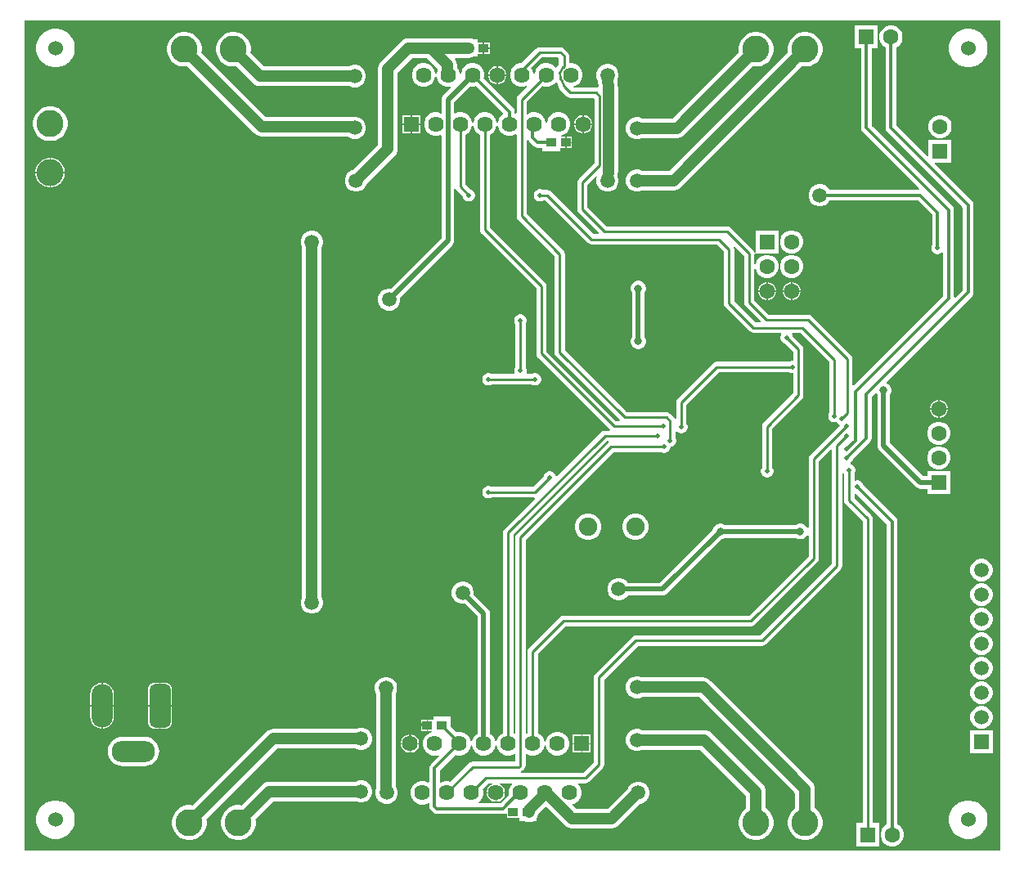
<source format=gbl>
G04*
G04 #@! TF.GenerationSoftware,Altium Limited,Altium Designer,24.1.2 (44)*
G04*
G04 Layer_Physical_Order=2*
G04 Layer_Color=16711680*
%FSLAX44Y44*%
%MOMM*%
G71*
G04*
G04 #@! TF.SameCoordinates,698A4BB8-AFC2-4E79-BE2A-6700BE31F3AB*
G04*
G04*
G04 #@! TF.FilePolarity,Positive*
G04*
G01*
G75*
%ADD13C,0.2500*%
%ADD21R,1.0000X0.9500*%
%ADD72C,0.3000*%
%ADD74C,0.5000*%
%ADD75C,1.2000*%
%ADD81C,1.6000*%
%ADD82R,1.6000X1.6000*%
%ADD83C,2.7940*%
%ADD84C,1.5240*%
%ADD85C,1.5200*%
%ADD86R,1.5200X1.5200*%
%ADD87R,1.6200X1.6200*%
%ADD88C,1.6200*%
%ADD89O,2.2000X4.5000*%
%ADD90O,4.5000X2.2000*%
G04:AMPARAMS|DCode=91|XSize=2.2mm|YSize=4.5mm|CornerRadius=0.55mm|HoleSize=0mm|Usage=FLASHONLY|Rotation=0.000|XOffset=0mm|YOffset=0mm|HoleType=Round|Shape=RoundedRectangle|*
%AMROUNDEDRECTD91*
21,1,2.2000,3.4000,0,0,0.0*
21,1,1.1000,4.5000,0,0,0.0*
1,1,1.1000,0.5500,-1.7000*
1,1,1.1000,-0.5500,-1.7000*
1,1,1.1000,-0.5500,1.7000*
1,1,1.1000,0.5500,1.7000*
%
%ADD91ROUNDEDRECTD91*%
%ADD92C,1.9050*%
%ADD93R,1.6000X1.6000*%
%ADD94C,1.5000*%
%ADD95C,0.5000*%
%ADD96C,0.3000*%
%ADD97C,0.8000*%
G36*
X1012000Y2134D02*
X1011866Y2000D01*
X2500D01*
X2000Y2500D01*
Y860750D01*
X1012000D01*
Y2134D01*
D02*
G37*
%LPC*%
G36*
X483550Y838490D02*
X477915D01*
Y833105D01*
X483550D01*
Y838490D01*
D02*
G37*
G36*
Y831835D02*
X477915D01*
Y826450D01*
X483550D01*
Y831835D01*
D02*
G37*
G36*
X811910Y849170D02*
X808370D01*
X804898Y848479D01*
X801628Y847125D01*
X798685Y845158D01*
X796182Y842655D01*
X794215Y839712D01*
X792861Y836442D01*
X792170Y832970D01*
Y829430D01*
X792491Y827815D01*
X670072Y705396D01*
X641680D01*
X640589Y706026D01*
X637664Y706810D01*
X634636D01*
X631711Y706026D01*
X629089Y704512D01*
X626948Y702371D01*
X625434Y699749D01*
X624650Y696824D01*
Y693796D01*
X625434Y690871D01*
X626948Y688249D01*
X629089Y686108D01*
X631711Y684594D01*
X634636Y683810D01*
X637664D01*
X640589Y684594D01*
X641680Y685224D01*
X674250D01*
X676861Y685567D01*
X679293Y686575D01*
X681382Y688178D01*
X806755Y813551D01*
X808370Y813230D01*
X811910D01*
X815382Y813921D01*
X818652Y815275D01*
X821595Y817242D01*
X824098Y819745D01*
X826065Y822688D01*
X827419Y825958D01*
X828110Y829430D01*
Y832970D01*
X827419Y836442D01*
X826065Y839712D01*
X824098Y842655D01*
X821595Y845158D01*
X818652Y847125D01*
X815382Y848479D01*
X811910Y849170D01*
D02*
G37*
G36*
X761110D02*
X757570D01*
X754098Y848479D01*
X750828Y847125D01*
X747885Y845158D01*
X745382Y842655D01*
X743415Y839712D01*
X742061Y836442D01*
X741370Y832970D01*
Y829430D01*
X741691Y827815D01*
X673424Y759548D01*
X641680D01*
X640589Y760178D01*
X637664Y760962D01*
X634636D01*
X631711Y760178D01*
X629089Y758664D01*
X626948Y756523D01*
X625434Y753901D01*
X624650Y750976D01*
Y747948D01*
X625434Y745023D01*
X626948Y742401D01*
X629089Y740259D01*
X631711Y738745D01*
X634636Y737962D01*
X637664D01*
X640589Y738745D01*
X641680Y739376D01*
X677602D01*
X680212Y739719D01*
X682645Y740727D01*
X684734Y742330D01*
X755955Y813551D01*
X757570Y813230D01*
X761110D01*
X764582Y813921D01*
X767852Y815275D01*
X770795Y817242D01*
X773298Y819745D01*
X775265Y822688D01*
X776619Y825958D01*
X777310Y829430D01*
Y832970D01*
X776619Y836442D01*
X775265Y839712D01*
X773298Y842655D01*
X770795Y845158D01*
X767852Y847125D01*
X764582Y848479D01*
X761110Y849170D01*
D02*
G37*
G36*
X981020Y852470D02*
X977080D01*
X973216Y851701D01*
X969576Y850194D01*
X966301Y848005D01*
X963515Y845219D01*
X961326Y841944D01*
X959819Y838304D01*
X959050Y834440D01*
Y830500D01*
X959819Y826636D01*
X961326Y822996D01*
X963515Y819721D01*
X966301Y816935D01*
X969576Y814746D01*
X973216Y813239D01*
X977080Y812470D01*
X981020D01*
X984884Y813239D01*
X988523Y814746D01*
X991799Y816935D01*
X994585Y819721D01*
X996774Y822996D01*
X998281Y826636D01*
X999050Y830500D01*
Y834440D01*
X998281Y838304D01*
X996774Y841944D01*
X994585Y845219D01*
X991799Y848005D01*
X988523Y850194D01*
X984884Y851701D01*
X981020Y852470D01*
D02*
G37*
G36*
X36140D02*
X32200D01*
X28336Y851701D01*
X24697Y850194D01*
X21421Y848005D01*
X18635Y845219D01*
X16446Y841944D01*
X14939Y838304D01*
X14170Y834440D01*
Y830500D01*
X14939Y826636D01*
X16446Y822996D01*
X18635Y819721D01*
X21421Y816935D01*
X24697Y814746D01*
X28336Y813239D01*
X32200Y812470D01*
X36140D01*
X40004Y813239D01*
X43643Y814746D01*
X46919Y816935D01*
X49705Y819721D01*
X51894Y822996D01*
X53401Y826636D01*
X54170Y830500D01*
Y834440D01*
X53401Y838304D01*
X51894Y841944D01*
X49705Y845219D01*
X46919Y848005D01*
X43643Y850194D01*
X40004Y851701D01*
X36140Y852470D01*
D02*
G37*
G36*
X492604Y813900D02*
X492005D01*
Y805165D01*
X500740D01*
Y805764D01*
X500101Y808147D01*
X498868Y810283D01*
X497123Y812028D01*
X494987Y813261D01*
X492604Y813900D01*
D02*
G37*
G36*
X490735D02*
X490136D01*
X487753Y813261D01*
X485617Y812028D01*
X483872Y810283D01*
X482639Y808147D01*
X482000Y805764D01*
Y805165D01*
X490735D01*
Y813900D01*
D02*
G37*
G36*
X500740Y803895D02*
X492005D01*
Y795160D01*
X492604D01*
X494987Y795799D01*
X497123Y797032D01*
X498868Y798777D01*
X500101Y800913D01*
X500740Y803296D01*
Y803895D01*
D02*
G37*
G36*
X490735D02*
X482000D01*
Y803296D01*
X482639Y800913D01*
X483872Y798777D01*
X485617Y797032D01*
X487753Y795799D01*
X490136Y795160D01*
X490735D01*
Y803895D01*
D02*
G37*
G36*
X220090Y849170D02*
X216550D01*
X213078Y848479D01*
X209808Y847125D01*
X206865Y845158D01*
X204362Y842655D01*
X202395Y839712D01*
X201041Y836442D01*
X200350Y832970D01*
Y829430D01*
X201041Y825958D01*
X202395Y822688D01*
X204362Y819745D01*
X206865Y817242D01*
X209808Y815275D01*
X213078Y813921D01*
X216550Y813230D01*
X220090D01*
X221705Y813551D01*
X239128Y796128D01*
X241217Y794525D01*
X243650Y793517D01*
X246260Y793174D01*
X270390D01*
X271355Y793301D01*
X338688D01*
X339559Y792798D01*
X342484Y792014D01*
X345512D01*
X348437Y792798D01*
X351059Y794312D01*
X353200Y796453D01*
X354714Y799075D01*
X355498Y802000D01*
Y805028D01*
X354714Y807953D01*
X353200Y810575D01*
X351059Y812716D01*
X348437Y814230D01*
X345512Y815014D01*
X342484D01*
X339559Y814230D01*
X338247Y813473D01*
X270517D01*
X269552Y813346D01*
X250438D01*
X235969Y827815D01*
X236290Y829430D01*
Y832970D01*
X235599Y836442D01*
X234245Y839712D01*
X232278Y842655D01*
X229775Y845158D01*
X226832Y847125D01*
X223562Y848479D01*
X220090Y849170D01*
D02*
G37*
G36*
X411840Y763100D02*
X403105D01*
Y754365D01*
X411840D01*
Y763100D01*
D02*
G37*
G36*
X401835D02*
X393100D01*
Y754365D01*
X401835D01*
Y763100D01*
D02*
G37*
G36*
X411840Y753095D02*
X403105D01*
Y744360D01*
X411840D01*
Y753095D01*
D02*
G37*
G36*
X401835D02*
X393100D01*
Y744360D01*
X401835D01*
Y753095D01*
D02*
G37*
G36*
X951420Y763190D02*
X948260D01*
X945208Y762372D01*
X942472Y760792D01*
X940238Y758558D01*
X938658Y755822D01*
X937840Y752770D01*
Y749610D01*
X938658Y746558D01*
X940238Y743822D01*
X942472Y741588D01*
X945208Y740008D01*
X948260Y739190D01*
X951420D01*
X954472Y740008D01*
X957208Y741588D01*
X959442Y743822D01*
X961022Y746558D01*
X961840Y749610D01*
Y752770D01*
X961022Y755822D01*
X959442Y758558D01*
X957208Y760792D01*
X954472Y762372D01*
X951420Y763190D01*
D02*
G37*
G36*
X169290Y849170D02*
X165750D01*
X162278Y848479D01*
X159008Y847125D01*
X156065Y845158D01*
X153562Y842655D01*
X151595Y839712D01*
X150241Y836442D01*
X149550Y832970D01*
Y829430D01*
X150241Y825958D01*
X151595Y822688D01*
X153562Y819745D01*
X156065Y817242D01*
X159008Y815275D01*
X162278Y813921D01*
X165750Y813230D01*
X169290D01*
X170905Y813551D01*
X240398Y744058D01*
X242487Y742455D01*
X244919Y741447D01*
X247530Y741104D01*
X336603D01*
X336989Y740718D01*
X339611Y739204D01*
X342536Y738420D01*
X345564D01*
X348489Y739204D01*
X351111Y740718D01*
X353252Y742859D01*
X354766Y745481D01*
X355550Y748406D01*
Y751434D01*
X354766Y754359D01*
X353252Y756981D01*
X351111Y759122D01*
X348489Y760636D01*
X345564Y761420D01*
X342536D01*
X341989Y761273D01*
X341968Y761276D01*
X251708D01*
X185169Y827815D01*
X185490Y829430D01*
Y832970D01*
X184799Y836442D01*
X183445Y839712D01*
X181478Y842655D01*
X178975Y845158D01*
X176032Y847125D01*
X172762Y848479D01*
X169290Y849170D01*
D02*
G37*
G36*
X30520Y772270D02*
X26980D01*
X23508Y771579D01*
X20238Y770225D01*
X17295Y768258D01*
X14792Y765755D01*
X12825Y762812D01*
X11471Y759542D01*
X10780Y756070D01*
Y752530D01*
X11471Y749058D01*
X12825Y745788D01*
X14792Y742845D01*
X17295Y740342D01*
X20238Y738375D01*
X23508Y737021D01*
X26980Y736330D01*
X30520D01*
X33992Y737021D01*
X37262Y738375D01*
X40205Y740342D01*
X42708Y742845D01*
X44675Y745788D01*
X46029Y749058D01*
X46720Y752530D01*
Y756070D01*
X46029Y759542D01*
X44675Y762812D01*
X42708Y765755D01*
X40205Y768258D01*
X37262Y770225D01*
X33992Y771579D01*
X30520Y772270D01*
D02*
G37*
G36*
X30251Y718740D02*
X29385D01*
Y704135D01*
X43990D01*
Y705001D01*
X43404Y707945D01*
X42256Y710719D01*
X40588Y713215D01*
X38465Y715338D01*
X35969Y717005D01*
X33195Y718154D01*
X30251Y718740D01*
D02*
G37*
G36*
X28115D02*
X27249D01*
X24305Y718154D01*
X21531Y717005D01*
X19035Y715338D01*
X16912Y713215D01*
X15244Y710719D01*
X14096Y707945D01*
X13510Y705001D01*
Y704135D01*
X28115D01*
Y718740D01*
D02*
G37*
G36*
X43990Y702865D02*
X29385D01*
Y688260D01*
X30251D01*
X33195Y688846D01*
X35969Y689995D01*
X38465Y691662D01*
X40588Y693785D01*
X42256Y696281D01*
X43404Y699055D01*
X43990Y701999D01*
Y702865D01*
D02*
G37*
G36*
X28115D02*
X13510D01*
Y701999D01*
X14096Y699055D01*
X15244Y696281D01*
X16912Y693785D01*
X19035Y691662D01*
X21531Y689995D01*
X24305Y688846D01*
X27249Y688260D01*
X28115D01*
Y702865D01*
D02*
G37*
G36*
X797750Y643810D02*
X794590D01*
X791538Y642992D01*
X788802Y641412D01*
X786568Y639178D01*
X784988Y636442D01*
X784170Y633390D01*
Y630230D01*
X784988Y627178D01*
X786568Y624442D01*
X788802Y622208D01*
X791538Y620628D01*
X794590Y619810D01*
X797750D01*
X800802Y620628D01*
X803538Y622208D01*
X805772Y624442D01*
X807352Y627178D01*
X808170Y630230D01*
Y633390D01*
X807352Y636442D01*
X805772Y639178D01*
X803538Y641412D01*
X800802Y642992D01*
X797750Y643810D01*
D02*
G37*
G36*
Y618410D02*
X794590D01*
X791538Y617592D01*
X788802Y616012D01*
X786568Y613778D01*
X784988Y611042D01*
X784170Y607990D01*
Y604830D01*
X784988Y601778D01*
X786568Y599042D01*
X788802Y596808D01*
X791538Y595228D01*
X794590Y594410D01*
X797750D01*
X800802Y595228D01*
X803538Y596808D01*
X805772Y599042D01*
X807352Y601778D01*
X808170Y604830D01*
Y607990D01*
X807352Y611042D01*
X805772Y613778D01*
X803538Y616012D01*
X800802Y617592D01*
X797750Y618410D01*
D02*
G37*
G36*
X797390Y590280D02*
X796805D01*
Y581645D01*
X805440D01*
Y582230D01*
X804808Y584588D01*
X803588Y586702D01*
X801862Y588428D01*
X799748Y589648D01*
X797390Y590280D01*
D02*
G37*
G36*
X771990D02*
X771405D01*
Y581645D01*
X780040D01*
Y582230D01*
X779408Y584588D01*
X778188Y586702D01*
X776462Y588428D01*
X774348Y589648D01*
X771990Y590280D01*
D02*
G37*
G36*
X795535D02*
X794950D01*
X792592Y589648D01*
X790478Y588428D01*
X788752Y586702D01*
X787532Y584588D01*
X786900Y582230D01*
Y581645D01*
X795535D01*
Y590280D01*
D02*
G37*
G36*
X770135D02*
X769550D01*
X767192Y589648D01*
X765078Y588428D01*
X763352Y586702D01*
X762132Y584588D01*
X761500Y582230D01*
Y581645D01*
X770135D01*
Y590280D01*
D02*
G37*
G36*
X900620Y855900D02*
X897460D01*
X894408Y855082D01*
X891672Y853502D01*
X889438Y851268D01*
X887858Y848532D01*
X887040Y845480D01*
Y842320D01*
X887858Y839268D01*
X889438Y836532D01*
X891672Y834298D01*
X893432Y833281D01*
Y749920D01*
X893859Y747774D01*
X895075Y745955D01*
X973442Y667587D01*
Y582063D01*
X965608Y574228D01*
X964338Y574754D01*
Y664830D01*
X963911Y666976D01*
X962695Y668795D01*
X879248Y752243D01*
Y831900D01*
X885640D01*
Y855900D01*
X861640D01*
Y831900D01*
X868032D01*
Y749920D01*
X868459Y747774D01*
X869675Y745955D01*
X928682Y686948D01*
X928156Y685678D01*
X835421D01*
X834582Y687131D01*
X832441Y689272D01*
X829819Y690786D01*
X826894Y691570D01*
X823866D01*
X820941Y690786D01*
X818319Y689272D01*
X816178Y687131D01*
X814664Y684509D01*
X813880Y681584D01*
Y678556D01*
X814664Y675631D01*
X816178Y673009D01*
X818319Y670868D01*
X820941Y669354D01*
X823866Y668570D01*
X826894D01*
X829819Y669354D01*
X832441Y670868D01*
X834582Y673009D01*
X835421Y674462D01*
X927197D01*
X941692Y659967D01*
Y628747D01*
X941243Y627969D01*
X940800Y626316D01*
Y624604D01*
X941243Y622951D01*
X942099Y621469D01*
X943309Y620259D01*
X944791Y619403D01*
X946444Y618960D01*
X948156D01*
X949809Y619403D01*
X951291Y620259D01*
X951852Y620820D01*
X953122Y620294D01*
Y575713D01*
X860455Y483046D01*
X859282Y483532D01*
Y510551D01*
X858875Y512599D01*
X857714Y514336D01*
X817074Y554976D01*
X815338Y556136D01*
X813289Y556544D01*
X772326D01*
X757682Y571188D01*
Y603984D01*
X758952Y604151D01*
X759588Y601778D01*
X761168Y599042D01*
X763402Y596808D01*
X766138Y595228D01*
X769190Y594410D01*
X772350D01*
X775402Y595228D01*
X778138Y596808D01*
X780372Y599042D01*
X781952Y601778D01*
X782770Y604830D01*
Y607990D01*
X781952Y611042D01*
X780372Y613778D01*
X778138Y616012D01*
X775402Y617592D01*
X772350Y618410D01*
X769190D01*
X766138Y617592D01*
X763402Y616012D01*
X761168Y613778D01*
X759588Y611042D01*
X758952Y608669D01*
X757682Y608836D01*
Y618288D01*
X757869Y619446D01*
X757869Y619446D01*
Y619446D01*
X758261Y619605D01*
X759420Y619810D01*
X759420D01*
Y619810D01*
X782770D01*
Y643810D01*
X758770D01*
Y621075D01*
X758770Y620977D01*
X758753Y620809D01*
X757563Y620692D01*
Y620692D01*
X757563D01*
X757275Y621819D01*
X757222Y621898D01*
X756114Y623556D01*
X733174Y646496D01*
X731438Y647656D01*
X729389Y648064D01*
X604766D01*
X584962Y667868D01*
Y691214D01*
X593691Y699942D01*
X594829Y699285D01*
X594170Y696824D01*
Y693796D01*
X594954Y690871D01*
X596468Y688249D01*
X598609Y686108D01*
X601231Y684594D01*
X604156Y683810D01*
X607184D01*
X610109Y684594D01*
X612731Y686108D01*
X614872Y688249D01*
X616386Y690871D01*
X617170Y693796D01*
Y696824D01*
X616386Y699749D01*
X616144Y700168D01*
X616618Y706553D01*
X616596Y706927D01*
X616646Y707299D01*
Y786242D01*
X616613Y786487D01*
X616634Y786732D01*
X616015Y799448D01*
X616386Y800091D01*
X617170Y803016D01*
Y806044D01*
X616386Y808969D01*
X614872Y811591D01*
X612731Y813732D01*
X610109Y815246D01*
X607184Y816030D01*
X604156D01*
X601231Y815246D01*
X598609Y813732D01*
X596468Y811591D01*
X594954Y808969D01*
X594170Y806044D01*
Y803016D01*
X594954Y800091D01*
X595864Y798514D01*
X596175Y792132D01*
X594947Y791221D01*
X593579Y791494D01*
X570575D01*
X570408Y792764D01*
X572240Y793255D01*
X575000Y794848D01*
X577252Y797100D01*
X578845Y799860D01*
X579670Y802937D01*
Y806123D01*
X578845Y809200D01*
X577252Y811960D01*
X575000Y814212D01*
X572240Y815805D01*
X569163Y816630D01*
X565977D01*
X565912Y816680D01*
Y824241D01*
X565505Y826289D01*
X564344Y828026D01*
X560534Y831836D01*
X558798Y832996D01*
X556749Y833404D01*
X535159D01*
X533111Y832996D01*
X531374Y831836D01*
X516168Y816630D01*
X515177D01*
X512100Y815805D01*
X509340Y814212D01*
X507088Y811960D01*
X505495Y809200D01*
X504670Y806123D01*
Y802937D01*
X505495Y799860D01*
X507088Y797100D01*
X509340Y794848D01*
X512100Y793255D01*
X515177Y792430D01*
X518363D01*
X521440Y793255D01*
X521649Y793375D01*
X522429Y792359D01*
X512985Y782915D01*
X511825Y781178D01*
X511417Y779130D01*
Y765651D01*
X510147Y764918D01*
X509678Y765189D01*
Y766430D01*
X509251Y768576D01*
X508035Y770395D01*
X477525Y800905D01*
X478070Y802937D01*
Y806123D01*
X477245Y809200D01*
X475652Y811960D01*
X473400Y814212D01*
X470640Y815805D01*
X467563Y816630D01*
X464377D01*
X461300Y815805D01*
X458540Y814212D01*
X456288Y811960D01*
X454695Y809200D01*
X453870Y806123D01*
X452670D01*
X451845Y809200D01*
X450252Y811960D01*
X449853Y812359D01*
Y815360D01*
X449509Y817971D01*
X448501Y820403D01*
X447856Y821245D01*
X448417Y822384D01*
X462280D01*
X464891Y822727D01*
X467287Y823720D01*
X471280D01*
Y826450D01*
X476645D01*
Y832470D01*
X477280D01*
D01*
X476645D01*
Y838490D01*
X471280D01*
Y841220D01*
X467287D01*
X464891Y842213D01*
X462280Y842556D01*
X399339D01*
X396729Y842213D01*
X394296Y841205D01*
X392207Y839602D01*
X371208Y818603D01*
X369605Y816514D01*
X368597Y814081D01*
X368254Y811470D01*
Y732508D01*
X342098Y706352D01*
X340881Y706026D01*
X338259Y704512D01*
X336118Y702371D01*
X334604Y699749D01*
X333820Y696824D01*
Y693796D01*
X334604Y690871D01*
X336118Y688249D01*
X338259Y686108D01*
X340881Y684594D01*
X343806Y683810D01*
X346834D01*
X349759Y684594D01*
X352381Y686108D01*
X354522Y688249D01*
X356036Y690871D01*
X356362Y692088D01*
X385472Y721198D01*
X387075Y723287D01*
X388083Y725720D01*
X388426Y728330D01*
Y807293D01*
X403517Y822384D01*
X418479D01*
X429680Y811182D01*
Y809868D01*
X429295Y809200D01*
X428470Y806123D01*
X427270D01*
X426445Y809200D01*
X424852Y811960D01*
X422600Y814212D01*
X419840Y815805D01*
X416763Y816630D01*
X413577D01*
X410500Y815805D01*
X407740Y814212D01*
X405488Y811960D01*
X403895Y809200D01*
X403070Y806123D01*
Y802937D01*
X403895Y799860D01*
X405488Y797100D01*
X407740Y794848D01*
X410500Y793255D01*
X413577Y792430D01*
X416763D01*
X419840Y793255D01*
X422600Y794848D01*
X424852Y797100D01*
X426445Y799860D01*
X427270Y802937D01*
X428470D01*
X429295Y799860D01*
X430888Y797100D01*
X433140Y794848D01*
X435900Y793255D01*
X438977Y792430D01*
X442163D01*
X443036Y792664D01*
X443694Y791525D01*
X435834Y783666D01*
X434792Y782308D01*
X434137Y780727D01*
X433914Y779030D01*
Y765482D01*
X432814Y764847D01*
X432540Y765005D01*
X429463Y765830D01*
X426277D01*
X423200Y765005D01*
X420440Y763412D01*
X418188Y761160D01*
X416595Y758400D01*
X415770Y755323D01*
Y752137D01*
X416595Y749060D01*
X418188Y746300D01*
X420440Y744048D01*
X423200Y742455D01*
X426277Y741630D01*
X429463D01*
X432540Y742455D01*
X432814Y742613D01*
X433914Y741978D01*
Y635696D01*
X381687Y583469D01*
X381124Y583620D01*
X378096D01*
X375171Y582836D01*
X372549Y581322D01*
X370408Y579181D01*
X368894Y576559D01*
X368110Y573634D01*
Y570606D01*
X368894Y567681D01*
X370408Y565059D01*
X372549Y562918D01*
X375171Y561404D01*
X378096Y560620D01*
X381124D01*
X384049Y561404D01*
X386671Y562918D01*
X388812Y565059D01*
X390326Y567681D01*
X391110Y570606D01*
Y573634D01*
X390959Y574197D01*
X445106Y628344D01*
X446148Y629702D01*
X446803Y631283D01*
X447026Y632980D01*
Y686930D01*
X448296Y687055D01*
X448325Y686912D01*
X449485Y685175D01*
X455738Y678922D01*
X456103Y677561D01*
X456959Y676079D01*
X458169Y674869D01*
X459651Y674013D01*
X461304Y673570D01*
X463016D01*
X464669Y674013D01*
X466151Y674869D01*
X467361Y676079D01*
X468217Y677561D01*
X468660Y679214D01*
Y680926D01*
X468217Y682579D01*
X467361Y684061D01*
X466151Y685271D01*
X464669Y686127D01*
X463308Y686491D01*
X458623Y691177D01*
Y742849D01*
X460700Y744048D01*
X462952Y746300D01*
X464545Y749060D01*
X465370Y752137D01*
X466570D01*
X467395Y749060D01*
X468988Y746300D01*
X471240Y744048D01*
X473317Y742849D01*
Y644510D01*
X473725Y642462D01*
X474885Y640725D01*
X531737Y583873D01*
Y516240D01*
X532145Y514192D01*
X533305Y512455D01*
X608102Y437658D01*
X607576Y436388D01*
X603015D01*
X600966Y435980D01*
X599230Y434820D01*
X553677Y389267D01*
X552260Y389646D01*
X552037Y390479D01*
X551181Y391961D01*
X549971Y393171D01*
X548489Y394027D01*
X546836Y394470D01*
X545124D01*
X543471Y394027D01*
X541989Y393171D01*
X540779Y391961D01*
X539923Y390479D01*
X539558Y389118D01*
X528523Y378083D01*
X486209D01*
X484989Y378787D01*
X483336Y379230D01*
X481624D01*
X479971Y378787D01*
X478489Y377931D01*
X477279Y376721D01*
X476423Y375239D01*
X475980Y373586D01*
Y371874D01*
X476423Y370221D01*
X477279Y368739D01*
X478489Y367529D01*
X479971Y366673D01*
X481624Y366230D01*
X483336D01*
X484989Y366673D01*
X486209Y367377D01*
X529991D01*
X530517Y366107D01*
X499015Y334605D01*
X497855Y332868D01*
X497447Y330820D01*
Y123261D01*
X495370Y122062D01*
X493118Y119810D01*
X491525Y117050D01*
X490700Y113973D01*
X489500D01*
X488675Y117050D01*
X487082Y119810D01*
X484830Y122062D01*
X483956Y122567D01*
Y247000D01*
X483733Y248697D01*
X483078Y250278D01*
X482036Y251636D01*
X467159Y266513D01*
X467310Y267076D01*
Y270104D01*
X466526Y273029D01*
X465012Y275651D01*
X462871Y277792D01*
X460249Y279306D01*
X457324Y280090D01*
X454296D01*
X451371Y279306D01*
X448749Y277792D01*
X446608Y275651D01*
X445094Y273029D01*
X444310Y270104D01*
Y267076D01*
X445094Y264151D01*
X446608Y261529D01*
X448749Y259388D01*
X451371Y257874D01*
X454296Y257090D01*
X457324D01*
X457887Y257241D01*
X470844Y244284D01*
Y122567D01*
X469970Y122062D01*
X467718Y119810D01*
X466125Y117050D01*
X465300Y113973D01*
X464100D01*
X463275Y117050D01*
X461682Y119810D01*
X459430Y122062D01*
X456670Y123655D01*
X453593Y124480D01*
X450407D01*
X449479Y124231D01*
X443100Y130611D01*
Y140180D01*
X425100D01*
Y137450D01*
X419735D01*
Y131430D01*
Y125410D01*
X423571D01*
X423738Y124140D01*
X421930Y123655D01*
X419170Y122062D01*
X416918Y119810D01*
X415325Y117050D01*
X414500Y113973D01*
Y110787D01*
X415325Y107710D01*
X416918Y104950D01*
X419170Y102698D01*
X421930Y101105D01*
X425007Y100280D01*
X428193D01*
X430898Y101005D01*
X431556Y99866D01*
X422635Y90945D01*
X421419Y89126D01*
X420992Y86980D01*
Y72727D01*
X419892Y72092D01*
X418570Y72855D01*
X415493Y73680D01*
X412307D01*
X409230Y72855D01*
X406470Y71262D01*
X404218Y69010D01*
X402625Y66250D01*
X401800Y63173D01*
Y59987D01*
X402625Y56910D01*
X404218Y54150D01*
X406470Y51898D01*
X409230Y50305D01*
X412307Y49480D01*
X415493D01*
X418570Y50305D01*
X419892Y51068D01*
X420992Y50433D01*
Y47610D01*
X421419Y45464D01*
X422635Y43645D01*
X425175Y41105D01*
X426994Y39889D01*
X429140Y39462D01*
X497110D01*
X499256Y39889D01*
X500460Y40693D01*
X501730Y40015D01*
Y35240D01*
X507365D01*
Y41260D01*
X508635D01*
Y35240D01*
X514000D01*
Y32510D01*
X519263D01*
X521660Y31517D01*
X524270Y31174D01*
X526880Y31517D01*
X529277Y32510D01*
X532000D01*
Y34907D01*
X533005Y36217D01*
X534013Y38649D01*
X534110Y39389D01*
X542037Y47316D01*
X561575Y27778D01*
X563663Y26175D01*
X566096Y25167D01*
X568707Y24824D01*
X609938D01*
X612549Y25167D01*
X614981Y26175D01*
X617070Y27778D01*
X639533Y50241D01*
X641859Y50864D01*
X644481Y52378D01*
X646622Y54519D01*
X648136Y57141D01*
X648920Y60066D01*
Y63094D01*
X648136Y66019D01*
X646622Y68641D01*
X644481Y70782D01*
X641859Y72296D01*
X638934Y73080D01*
X635906D01*
X632981Y72296D01*
X630359Y70782D01*
X628218Y68641D01*
X626704Y66019D01*
X626675Y65911D01*
X605760Y44996D01*
X572884D01*
X569191Y48689D01*
X569520Y49916D01*
X570970Y50305D01*
X573730Y51898D01*
X575982Y54150D01*
X577575Y56910D01*
X578400Y59987D01*
Y63173D01*
X577575Y66250D01*
X575982Y69010D01*
X574795Y70197D01*
X575321Y71467D01*
X582810D01*
X584858Y71875D01*
X586595Y73035D01*
X600565Y87005D01*
X601725Y88742D01*
X602133Y90790D01*
Y178743D01*
X637097Y213707D01*
X765690D01*
X767738Y214115D01*
X769475Y215275D01*
X846945Y292745D01*
X848105Y294482D01*
X848513Y296530D01*
Y392989D01*
X849783Y393156D01*
X849803Y393081D01*
X850507Y391861D01*
Y364434D01*
X850915Y362385D01*
X852075Y360648D01*
X869557Y343166D01*
Y30130D01*
X862910D01*
Y6130D01*
X886910D01*
Y30130D01*
X880263D01*
Y345383D01*
X879855Y347432D01*
X878695Y349169D01*
X861213Y366651D01*
Y371180D01*
X862483Y372058D01*
X862604Y372025D01*
X894702Y339927D01*
Y28749D01*
X892942Y27732D01*
X890708Y25498D01*
X889128Y22762D01*
X888310Y19710D01*
Y16550D01*
X889128Y13498D01*
X890708Y10762D01*
X892942Y8528D01*
X895678Y6948D01*
X898730Y6130D01*
X901890D01*
X904942Y6948D01*
X907678Y8528D01*
X909912Y10762D01*
X911492Y13498D01*
X912310Y16550D01*
Y19710D01*
X911492Y22762D01*
X909912Y25498D01*
X907678Y27732D01*
X905918Y28749D01*
Y342250D01*
X905491Y344396D01*
X904275Y346215D01*
X870535Y379956D01*
X870302Y380824D01*
X869446Y382306D01*
X868236Y383516D01*
X866754Y384372D01*
X865101Y384815D01*
X863390D01*
X862483Y384572D01*
X861213Y385449D01*
Y391861D01*
X861917Y393081D01*
X862360Y394734D01*
Y396446D01*
X861917Y398099D01*
X861061Y399581D01*
X859851Y400791D01*
X858369Y401647D01*
X857676Y401833D01*
X857453Y402599D01*
X857435Y403212D01*
X858521Y404299D01*
X859377Y405781D01*
X859610Y406649D01*
X877605Y424645D01*
X878821Y426464D01*
X879248Y428610D01*
Y472007D01*
X882619Y475378D01*
X883847Y475142D01*
X884010Y474974D01*
X884864Y473495D01*
Y420990D01*
X885087Y419293D01*
X885742Y417712D01*
X886784Y416354D01*
X924884Y378254D01*
X926242Y377212D01*
X927823Y376557D01*
X929520Y376334D01*
X936570D01*
Y370890D01*
X960570D01*
Y394890D01*
X936570D01*
Y389446D01*
X932236D01*
X897976Y423706D01*
Y473495D01*
X898875Y475052D01*
X899420Y477087D01*
Y479193D01*
X898875Y481228D01*
X897822Y483052D01*
X896332Y484542D01*
X894586Y485550D01*
X894418Y485713D01*
X894182Y486941D01*
X983015Y575775D01*
X984231Y577594D01*
X984658Y579740D01*
Y669910D01*
X984231Y672056D01*
X983015Y673875D01*
X944274Y712617D01*
X944760Y713790D01*
X961840D01*
Y737790D01*
X937840D01*
Y720710D01*
X936667Y720224D01*
X904648Y752243D01*
Y833281D01*
X906408Y834298D01*
X908642Y836532D01*
X910222Y839268D01*
X911040Y842320D01*
Y845480D01*
X910222Y848532D01*
X908642Y851268D01*
X906408Y853502D01*
X903672Y855082D01*
X900620Y855900D01*
D02*
G37*
G36*
X805440Y580375D02*
X796805D01*
Y571740D01*
X797390D01*
X799748Y572372D01*
X801862Y573592D01*
X803588Y575318D01*
X804808Y577432D01*
X805440Y579790D01*
Y580375D01*
D02*
G37*
G36*
X795535D02*
X786900D01*
Y579790D01*
X787532Y577432D01*
X788752Y575318D01*
X790478Y573592D01*
X792592Y572372D01*
X794950Y571740D01*
X795535D01*
Y580375D01*
D02*
G37*
G36*
X780040D02*
X771405D01*
Y571740D01*
X771990D01*
X774348Y572372D01*
X776462Y573592D01*
X778188Y575318D01*
X779408Y577432D01*
X780040Y579790D01*
Y580375D01*
D02*
G37*
G36*
X770135D02*
X761500D01*
Y579790D01*
X762132Y577432D01*
X763352Y575318D01*
X765078Y573592D01*
X767192Y572372D01*
X769550Y571740D01*
X770135D01*
Y580375D01*
D02*
G37*
G36*
X516356Y557030D02*
X514644D01*
X512991Y556587D01*
X511509Y555731D01*
X510299Y554521D01*
X509443Y553039D01*
X509000Y551386D01*
Y549674D01*
X509443Y548021D01*
X510147Y546801D01*
Y502189D01*
X509443Y500969D01*
X509000Y499316D01*
Y497604D01*
X509378Y496193D01*
X508753Y494923D01*
X486209D01*
X484989Y495627D01*
X483336Y496070D01*
X481624D01*
X479971Y495627D01*
X478489Y494771D01*
X477279Y493561D01*
X476423Y492079D01*
X475980Y490426D01*
Y488714D01*
X476423Y487061D01*
X477279Y485579D01*
X478489Y484369D01*
X479971Y483513D01*
X481624Y483070D01*
X483336D01*
X484989Y483513D01*
X486209Y484217D01*
X527011D01*
X528231Y483513D01*
X529884Y483070D01*
X531596D01*
X533249Y483513D01*
X534731Y484369D01*
X535941Y485579D01*
X536797Y487061D01*
X537240Y488714D01*
Y490426D01*
X536797Y492079D01*
X535941Y493561D01*
X534731Y494771D01*
X533249Y495627D01*
X531596Y496070D01*
X529884D01*
X528231Y495627D01*
X527011Y494923D01*
X522247D01*
X521622Y496193D01*
X522000Y497604D01*
Y499316D01*
X521557Y500969D01*
X520853Y502189D01*
Y546801D01*
X521557Y548021D01*
X522000Y549674D01*
Y551386D01*
X521557Y553039D01*
X520701Y554521D01*
X519491Y555731D01*
X518009Y556587D01*
X516356Y557030D01*
D02*
G37*
G36*
X949790Y468360D02*
X949205D01*
Y459725D01*
X957840D01*
Y460310D01*
X957208Y462668D01*
X955988Y464782D01*
X954262Y466508D01*
X952148Y467728D01*
X949790Y468360D01*
D02*
G37*
G36*
X947935D02*
X947350D01*
X944992Y467728D01*
X942878Y466508D01*
X941152Y464782D01*
X939932Y462668D01*
X939300Y460310D01*
Y459725D01*
X947935D01*
Y468360D01*
D02*
G37*
G36*
X957840Y458455D02*
X949205D01*
Y449820D01*
X949790D01*
X952148Y450452D01*
X954262Y451672D01*
X955988Y453398D01*
X957208Y455512D01*
X957840Y457870D01*
Y458455D01*
D02*
G37*
G36*
X947935D02*
X939300D01*
Y457870D01*
X939932Y455512D01*
X941152Y453398D01*
X942878Y451672D01*
X944992Y450452D01*
X947350Y449820D01*
X947935D01*
Y458455D01*
D02*
G37*
G36*
X950150Y445690D02*
X946990D01*
X943938Y444872D01*
X941202Y443292D01*
X938968Y441058D01*
X937388Y438322D01*
X936570Y435270D01*
Y432110D01*
X937388Y429058D01*
X938968Y426322D01*
X941202Y424088D01*
X943938Y422508D01*
X946990Y421690D01*
X950150D01*
X953202Y422508D01*
X955938Y424088D01*
X958172Y426322D01*
X959752Y429058D01*
X960570Y432110D01*
Y435270D01*
X959752Y438322D01*
X958172Y441058D01*
X955938Y443292D01*
X953202Y444872D01*
X950150Y445690D01*
D02*
G37*
G36*
Y420290D02*
X946990D01*
X943938Y419472D01*
X941202Y417892D01*
X938968Y415658D01*
X937388Y412922D01*
X936570Y409870D01*
Y406710D01*
X937388Y403658D01*
X938968Y400922D01*
X941202Y398688D01*
X943938Y397108D01*
X946990Y396290D01*
X950150D01*
X953202Y397108D01*
X955938Y398688D01*
X958172Y400922D01*
X959752Y403658D01*
X960570Y406710D01*
Y409870D01*
X959752Y412922D01*
X958172Y415658D01*
X955938Y417892D01*
X953202Y419472D01*
X950150Y420290D01*
D02*
G37*
G36*
X994227Y303665D02*
X991173D01*
X988223Y302875D01*
X985577Y301348D01*
X983418Y299188D01*
X981890Y296543D01*
X981100Y293593D01*
Y290538D01*
X981890Y287588D01*
X983418Y284943D01*
X985577Y282783D01*
X988223Y281256D01*
X991173Y280466D01*
X994227D01*
X997177Y281256D01*
X999822Y282783D01*
X1001982Y284943D01*
X1003509Y287588D01*
X1004300Y290538D01*
Y293593D01*
X1003509Y296543D01*
X1001982Y299188D01*
X999822Y301348D01*
X997177Y302875D01*
X994227Y303665D01*
D02*
G37*
G36*
Y278265D02*
X991173D01*
X988223Y277475D01*
X985577Y275948D01*
X983418Y273788D01*
X981890Y271143D01*
X981100Y268193D01*
Y265138D01*
X981890Y262188D01*
X983418Y259543D01*
X985577Y257383D01*
X988223Y255856D01*
X991173Y255065D01*
X994227D01*
X997177Y255856D01*
X999822Y257383D01*
X1001982Y259543D01*
X1003509Y262188D01*
X1004300Y265138D01*
Y268193D01*
X1003509Y271143D01*
X1001982Y273788D01*
X999822Y275948D01*
X997177Y277475D01*
X994227Y278265D01*
D02*
G37*
G36*
X301114Y643310D02*
X298086D01*
X295161Y642526D01*
X292539Y641012D01*
X290398Y638871D01*
X288884Y636249D01*
X288100Y633324D01*
Y630296D01*
X288884Y627371D01*
X289514Y626280D01*
Y263960D01*
X288884Y262869D01*
X288100Y259944D01*
Y256916D01*
X288884Y253991D01*
X290398Y251369D01*
X292539Y249228D01*
X295161Y247714D01*
X298086Y246930D01*
X301114D01*
X304039Y247714D01*
X306661Y249228D01*
X308802Y251369D01*
X310316Y253991D01*
X311100Y256916D01*
Y259944D01*
X310316Y262869D01*
X309686Y263960D01*
Y626280D01*
X310316Y627371D01*
X311100Y630296D01*
Y633324D01*
X310316Y636249D01*
X308802Y638871D01*
X306661Y641012D01*
X304039Y642526D01*
X301114Y643310D01*
D02*
G37*
G36*
X994227Y252865D02*
X991173D01*
X988223Y252075D01*
X985577Y250548D01*
X983418Y248388D01*
X981890Y245743D01*
X981100Y242793D01*
Y239738D01*
X981890Y236788D01*
X983418Y234143D01*
X985577Y231983D01*
X988223Y230456D01*
X991173Y229666D01*
X994227D01*
X997177Y230456D01*
X999822Y231983D01*
X1001982Y234143D01*
X1003509Y236788D01*
X1004300Y239738D01*
Y242793D01*
X1003509Y245743D01*
X1001982Y248388D01*
X999822Y250548D01*
X997177Y252075D01*
X994227Y252865D01*
D02*
G37*
G36*
Y227465D02*
X991173D01*
X988223Y226675D01*
X985577Y225148D01*
X983418Y222988D01*
X981890Y220343D01*
X981100Y217393D01*
Y214338D01*
X981890Y211388D01*
X983418Y208743D01*
X985577Y206583D01*
X988223Y205056D01*
X991173Y204265D01*
X994227D01*
X997177Y205056D01*
X999822Y206583D01*
X1001982Y208743D01*
X1003509Y211388D01*
X1004300Y214338D01*
Y217393D01*
X1003509Y220343D01*
X1001982Y222988D01*
X999822Y225148D01*
X997177Y226675D01*
X994227Y227465D01*
D02*
G37*
G36*
Y202065D02*
X991173D01*
X988223Y201275D01*
X985577Y199748D01*
X983418Y197588D01*
X981890Y194943D01*
X981100Y191993D01*
Y188938D01*
X981890Y185988D01*
X983418Y183343D01*
X985577Y181183D01*
X988223Y179656D01*
X991173Y178866D01*
X994227D01*
X997177Y179656D01*
X999822Y181183D01*
X1001982Y183343D01*
X1003509Y185988D01*
X1004300Y188938D01*
Y191993D01*
X1003509Y194943D01*
X1001982Y197588D01*
X999822Y199748D01*
X997177Y201275D01*
X994227Y202065D01*
D02*
G37*
G36*
Y176665D02*
X991173D01*
X988223Y175875D01*
X985577Y174348D01*
X983418Y172188D01*
X981890Y169543D01*
X981100Y166593D01*
Y163538D01*
X981890Y160588D01*
X983418Y157943D01*
X985577Y155783D01*
X988223Y154256D01*
X991173Y153465D01*
X994227D01*
X997177Y154256D01*
X999822Y155783D01*
X1001982Y157943D01*
X1003509Y160588D01*
X1004300Y163538D01*
Y166593D01*
X1003509Y169543D01*
X1001982Y172188D01*
X999822Y174348D01*
X997177Y175875D01*
X994227Y176665D01*
D02*
G37*
G36*
X147930Y175578D02*
X143065D01*
Y152385D01*
X154758D01*
Y168750D01*
X154526Y170517D01*
X153844Y172164D01*
X152758Y173578D01*
X151344Y174664D01*
X149697Y175346D01*
X147930Y175578D01*
D02*
G37*
G36*
X141795D02*
X136930D01*
X135163Y175346D01*
X133516Y174664D01*
X132102Y173578D01*
X131016Y172164D01*
X130334Y170517D01*
X130102Y168750D01*
Y152385D01*
X141795D01*
Y175578D01*
D02*
G37*
G36*
X83065Y175542D02*
Y152385D01*
X94806D01*
Y163250D01*
X94384Y166453D01*
X93148Y169438D01*
X91181Y172001D01*
X88618Y173968D01*
X85633Y175204D01*
X83065Y175542D01*
D02*
G37*
G36*
X81795D02*
X79227Y175204D01*
X76242Y173968D01*
X73679Y172001D01*
X71712Y169438D01*
X70476Y166453D01*
X70054Y163250D01*
Y152385D01*
X81795D01*
Y175542D01*
D02*
G37*
G36*
X418465Y137450D02*
X412830D01*
Y132065D01*
X418465D01*
Y137450D01*
D02*
G37*
G36*
X994227Y151265D02*
X991173D01*
X988223Y150475D01*
X985577Y148948D01*
X983418Y146788D01*
X981890Y144143D01*
X981100Y141193D01*
Y138138D01*
X981890Y135188D01*
X983418Y132543D01*
X985577Y130383D01*
X988223Y128856D01*
X991173Y128066D01*
X994227D01*
X997177Y128856D01*
X999822Y130383D01*
X1001982Y132543D01*
X1003509Y135188D01*
X1004300Y138138D01*
Y141193D01*
X1003509Y144143D01*
X1001982Y146788D01*
X999822Y148948D01*
X997177Y150475D01*
X994227Y151265D01*
D02*
G37*
G36*
X94806Y151115D02*
X83065D01*
Y127958D01*
X85633Y128296D01*
X88618Y129532D01*
X91181Y131499D01*
X93148Y134062D01*
X94384Y137047D01*
X94806Y140250D01*
Y151115D01*
D02*
G37*
G36*
X81795D02*
X70054D01*
Y140250D01*
X70476Y137047D01*
X71712Y134062D01*
X73679Y131499D01*
X76242Y129532D01*
X79227Y128296D01*
X81795Y127958D01*
Y151115D01*
D02*
G37*
G36*
X154758D02*
X143065D01*
Y127922D01*
X147930D01*
X149697Y128154D01*
X151344Y128836D01*
X152758Y129922D01*
X153844Y131336D01*
X154526Y132983D01*
X154758Y134750D01*
Y151115D01*
D02*
G37*
G36*
X141795D02*
X130102D01*
Y134750D01*
X130334Y132983D01*
X131016Y131336D01*
X132102Y129922D01*
X133516Y128836D01*
X135163Y128154D01*
X136930Y127922D01*
X141795D01*
Y151115D01*
D02*
G37*
G36*
X418465Y130795D02*
X412830D01*
Y125410D01*
X418465D01*
Y130795D01*
D02*
G37*
G36*
X402434Y121750D02*
X401835D01*
Y113015D01*
X410570D01*
Y113614D01*
X409931Y115997D01*
X408698Y118133D01*
X406953Y119878D01*
X404817Y121111D01*
X402434Y121750D01*
D02*
G37*
G36*
X400565D02*
X399966D01*
X397583Y121111D01*
X395447Y119878D01*
X393702Y118133D01*
X392469Y115997D01*
X391830Y113614D01*
Y113015D01*
X400565D01*
Y121750D01*
D02*
G37*
G36*
X351914Y128960D02*
X348886D01*
X345961Y128176D01*
X344870Y127546D01*
X259341D01*
X256730Y127203D01*
X254298Y126195D01*
X252209Y124592D01*
X175985Y48368D01*
X174370Y48689D01*
X170830D01*
X167358Y47998D01*
X164088Y46644D01*
X161145Y44677D01*
X158642Y42174D01*
X156675Y39231D01*
X155321Y35961D01*
X154630Y32489D01*
Y28949D01*
X155321Y25477D01*
X156675Y22207D01*
X158642Y19264D01*
X161145Y16761D01*
X164088Y14794D01*
X167358Y13440D01*
X170830Y12749D01*
X174370D01*
X177842Y13440D01*
X181112Y14794D01*
X184055Y16761D01*
X186558Y19264D01*
X188525Y22207D01*
X189879Y25477D01*
X190570Y28949D01*
Y32489D01*
X190249Y34104D01*
X263519Y107374D01*
X344870D01*
X345961Y106744D01*
X348886Y105960D01*
X351914D01*
X354839Y106744D01*
X357461Y108258D01*
X359602Y110399D01*
X361116Y113021D01*
X361900Y115946D01*
Y118974D01*
X361116Y121899D01*
X359602Y124521D01*
X357461Y126662D01*
X354839Y128176D01*
X351914Y128960D01*
D02*
G37*
G36*
X410570Y111745D02*
X401835D01*
Y103010D01*
X402434D01*
X404817Y103649D01*
X406953Y104882D01*
X408698Y106627D01*
X409931Y108763D01*
X410570Y111146D01*
Y111745D01*
D02*
G37*
G36*
X400565D02*
X391830D01*
Y111146D01*
X392469Y108763D01*
X393702Y106627D01*
X395447Y104882D01*
X397583Y103649D01*
X399966Y103010D01*
X400565D01*
Y111745D01*
D02*
G37*
G36*
X1004300Y125865D02*
X981100D01*
Y102666D01*
X1004300D01*
Y125865D01*
D02*
G37*
G36*
X126430Y119323D02*
X103430D01*
X100490Y119033D01*
X97662Y118175D01*
X95056Y116782D01*
X92772Y114908D01*
X90898Y112624D01*
X89505Y110018D01*
X88647Y107191D01*
X88357Y104250D01*
X88647Y101309D01*
X89505Y98482D01*
X90898Y95876D01*
X92772Y93592D01*
X95056Y91718D01*
X97662Y90325D01*
X100490Y89467D01*
X103430Y89177D01*
X126430D01*
X129370Y89467D01*
X132198Y90325D01*
X134804Y91718D01*
X137088Y93592D01*
X138962Y95876D01*
X140355Y98482D01*
X141213Y101309D01*
X141503Y104250D01*
X141213Y107191D01*
X140355Y110018D01*
X138962Y112624D01*
X137088Y114908D01*
X134804Y116782D01*
X132198Y118175D01*
X129370Y119033D01*
X126430Y119323D01*
D02*
G37*
G36*
X351914Y74350D02*
X348886D01*
X345961Y73566D01*
X344870Y72936D01*
X255531D01*
X252920Y72593D01*
X250488Y71585D01*
X248399Y69982D01*
X226785Y48368D01*
X225170Y48689D01*
X221630D01*
X218158Y47998D01*
X214888Y46644D01*
X211945Y44677D01*
X209442Y42174D01*
X207475Y39231D01*
X206121Y35961D01*
X205430Y32489D01*
Y28949D01*
X206121Y25477D01*
X207475Y22207D01*
X209442Y19264D01*
X211945Y16761D01*
X214888Y14794D01*
X218158Y13440D01*
X221630Y12749D01*
X225170D01*
X228642Y13440D01*
X231912Y14794D01*
X234855Y16761D01*
X237358Y19264D01*
X239325Y22207D01*
X240679Y25477D01*
X241370Y28949D01*
Y32489D01*
X241049Y34104D01*
X259709Y52764D01*
X344870D01*
X345961Y52134D01*
X348886Y51350D01*
X351914D01*
X354839Y52134D01*
X357461Y53648D01*
X359602Y55789D01*
X361116Y58411D01*
X361900Y61336D01*
Y64364D01*
X361116Y67289D01*
X359602Y69911D01*
X357461Y72052D01*
X354839Y73566D01*
X351914Y74350D01*
D02*
G37*
G36*
X377791Y181507D02*
X374763D01*
X371838Y180723D01*
X369216Y179209D01*
X367075Y177068D01*
X365561Y174446D01*
X364777Y171521D01*
Y168493D01*
X365561Y165568D01*
X366587Y163790D01*
Y66423D01*
X366354Y66019D01*
X365570Y63094D01*
Y60066D01*
X366354Y57141D01*
X367868Y54519D01*
X370009Y52378D01*
X372631Y50864D01*
X375556Y50080D01*
X378584D01*
X381509Y50864D01*
X384131Y52378D01*
X386272Y54519D01*
X387786Y57141D01*
X388570Y60066D01*
Y63094D01*
X387786Y66019D01*
X386760Y67797D01*
Y165164D01*
X386993Y165568D01*
X387777Y168493D01*
Y171521D01*
X386993Y174446D01*
X385479Y177068D01*
X383338Y179209D01*
X380716Y180723D01*
X377791Y181507D01*
D02*
G37*
G36*
X981020Y53640D02*
X977080D01*
X973216Y52871D01*
X969576Y51364D01*
X966301Y49175D01*
X963515Y46389D01*
X961326Y43113D01*
X959819Y39474D01*
X959050Y35610D01*
Y31670D01*
X959819Y27806D01*
X961326Y24166D01*
X963515Y20891D01*
X966301Y18105D01*
X969576Y15916D01*
X973216Y14409D01*
X977080Y13640D01*
X981020D01*
X984884Y14409D01*
X988523Y15916D01*
X991799Y18105D01*
X994585Y20891D01*
X996774Y24166D01*
X998281Y27806D01*
X999050Y31670D01*
Y35610D01*
X998281Y39474D01*
X996774Y43113D01*
X994585Y46389D01*
X991799Y49175D01*
X988523Y51364D01*
X984884Y52871D01*
X981020Y53640D01*
D02*
G37*
G36*
X36140D02*
X32200D01*
X28336Y52871D01*
X24697Y51364D01*
X21421Y49175D01*
X18635Y46389D01*
X16446Y43113D01*
X14939Y39474D01*
X14170Y35610D01*
Y31670D01*
X14939Y27806D01*
X16446Y24166D01*
X18635Y20891D01*
X21421Y18105D01*
X24697Y15916D01*
X28336Y14409D01*
X32200Y13640D01*
X36140D01*
X40004Y14409D01*
X43643Y15916D01*
X46919Y18105D01*
X49705Y20891D01*
X51894Y24166D01*
X53401Y27806D01*
X54170Y31670D01*
Y35610D01*
X53401Y39474D01*
X51894Y43113D01*
X49705Y46389D01*
X46919Y49175D01*
X43643Y51364D01*
X40004Y52871D01*
X36140Y53640D01*
D02*
G37*
G36*
X637664Y182300D02*
X634636D01*
X631711Y181516D01*
X629089Y180002D01*
X626948Y177861D01*
X625434Y175239D01*
X624650Y172314D01*
Y169286D01*
X625434Y166361D01*
X626948Y163739D01*
X629089Y161598D01*
X631711Y160084D01*
X634636Y159300D01*
X637664D01*
X640589Y160084D01*
X641680Y160714D01*
X700552D01*
X800054Y61212D01*
Y45592D01*
X798685Y44677D01*
X796182Y42174D01*
X794215Y39231D01*
X792861Y35961D01*
X792170Y32489D01*
Y28949D01*
X792861Y25477D01*
X794215Y22207D01*
X796182Y19264D01*
X798685Y16761D01*
X801628Y14794D01*
X804898Y13440D01*
X808370Y12749D01*
X811910D01*
X815382Y13440D01*
X818652Y14794D01*
X821595Y16761D01*
X824098Y19264D01*
X826065Y22207D01*
X827419Y25477D01*
X828110Y28949D01*
Y32489D01*
X827419Y35961D01*
X826065Y39231D01*
X824098Y42174D01*
X821595Y44677D01*
X820226Y45592D01*
Y65390D01*
X819883Y68000D01*
X818875Y70433D01*
X817272Y72522D01*
X711862Y177932D01*
X709773Y179535D01*
X707340Y180543D01*
X704730Y180886D01*
X641680D01*
X640589Y181516D01*
X637664Y182300D01*
D02*
G37*
G36*
Y127690D02*
X634636D01*
X631711Y126906D01*
X629089Y125392D01*
X626948Y123251D01*
X625434Y120629D01*
X624650Y117704D01*
Y114676D01*
X625434Y111751D01*
X626948Y109129D01*
X629089Y106988D01*
X631711Y105474D01*
X634636Y104690D01*
X637664D01*
X640589Y105474D01*
X641680Y106104D01*
X701822D01*
X749254Y58672D01*
Y45592D01*
X747885Y44677D01*
X745382Y42174D01*
X743415Y39231D01*
X742061Y35961D01*
X741370Y32489D01*
Y28949D01*
X742061Y25477D01*
X743415Y22207D01*
X745382Y19264D01*
X747885Y16761D01*
X750828Y14794D01*
X754098Y13440D01*
X757570Y12749D01*
X761110D01*
X764582Y13440D01*
X767852Y14794D01*
X770795Y16761D01*
X773298Y19264D01*
X775265Y22207D01*
X776619Y25477D01*
X777310Y28949D01*
Y32489D01*
X776619Y35961D01*
X775265Y39231D01*
X773298Y42174D01*
X770795Y44677D01*
X769426Y45592D01*
Y62850D01*
X769083Y65461D01*
X768075Y67893D01*
X766472Y69982D01*
X713132Y123322D01*
X711043Y124925D01*
X708611Y125933D01*
X706000Y126276D01*
X641680D01*
X640589Y126906D01*
X637664Y127690D01*
D02*
G37*
%LPD*%
G36*
X555206Y822024D02*
Y815632D01*
X553701Y813797D01*
X552946Y812385D01*
X551479Y812334D01*
X549600Y814212D01*
X546840Y815805D01*
X543763Y816630D01*
X540577D01*
X537500Y815805D01*
X534740Y814212D01*
X532488Y811960D01*
X530895Y809200D01*
X530070Y806123D01*
X528870D01*
X528045Y809200D01*
X526520Y811842D01*
X537376Y822698D01*
X554532D01*
X555206Y822024D01*
D02*
G37*
G36*
X552781Y796506D02*
X552903Y796428D01*
X555682Y790284D01*
X556241Y789503D01*
X556774Y788706D01*
X563124Y782356D01*
X564861Y781195D01*
X566909Y780788D01*
X591362D01*
X591956Y780194D01*
Y713348D01*
X575824Y697216D01*
X574664Y695479D01*
X574256Y693431D01*
Y665651D01*
X574664Y663602D01*
X575824Y661866D01*
X596694Y640996D01*
X596208Y639823D01*
X591377D01*
X547345Y683855D01*
X545608Y685015D01*
X543560Y685423D01*
X539549D01*
X538329Y686127D01*
X536676Y686570D01*
X534964D01*
X533311Y686127D01*
X531829Y685271D01*
X530619Y684061D01*
X529763Y682579D01*
X529320Y680926D01*
Y679214D01*
X529763Y677561D01*
X530619Y676079D01*
X531829Y674869D01*
X533311Y674013D01*
X534964Y673570D01*
X536676D01*
X538329Y674013D01*
X539549Y674717D01*
X541343D01*
X585375Y630685D01*
X587112Y629524D01*
X589160Y629117D01*
X719023D01*
X726047Y622093D01*
Y568430D01*
X726455Y566381D01*
X727615Y564645D01*
X753015Y539245D01*
X754752Y538084D01*
X756800Y537677D01*
X785181D01*
X785696Y536407D01*
X785033Y535259D01*
X784590Y533606D01*
Y531894D01*
X785033Y530241D01*
X785889Y528759D01*
X787099Y527549D01*
X788581Y526693D01*
X789941Y526328D01*
X797837Y518433D01*
Y508770D01*
X796584D01*
X794931Y508327D01*
X793711Y507623D01*
X718700D01*
X716652Y507215D01*
X714915Y506055D01*
X678085Y469225D01*
X676925Y467488D01*
X676517Y465440D01*
Y448857D01*
X676178Y448731D01*
X675247Y448645D01*
X674225Y450175D01*
X670415Y453985D01*
X668678Y455145D01*
X666630Y455553D01*
X625667D01*
X561493Y519727D01*
Y619110D01*
X561085Y621158D01*
X559925Y622895D01*
X522123Y660697D01*
Y736669D01*
X523393Y737055D01*
X524235Y735795D01*
X529315Y730715D01*
X531134Y729499D01*
X533280Y729072D01*
X538490D01*
Y725930D01*
X556490D01*
Y728660D01*
X561855D01*
Y734680D01*
Y740700D01*
X557899D01*
X557732Y741970D01*
X559540Y742455D01*
X562300Y744048D01*
X564552Y746300D01*
X566145Y749060D01*
X566970Y752137D01*
Y755323D01*
X566145Y758400D01*
X564552Y761160D01*
X562300Y763412D01*
X559540Y765005D01*
X556463Y765830D01*
X553277D01*
X550200Y765005D01*
X547440Y763412D01*
X545188Y761160D01*
X543595Y758400D01*
X542770Y755323D01*
X541570D01*
X540745Y758400D01*
X539152Y761160D01*
X536900Y763412D01*
X534140Y765005D01*
X531063Y765830D01*
X527877D01*
X524800Y765005D01*
X523223Y764095D01*
X522123Y764730D01*
Y776913D01*
X538261Y793051D01*
X540577Y792430D01*
X543763D01*
X546840Y793255D01*
X549600Y794848D01*
X551406Y796654D01*
X552781Y796506D01*
D02*
G37*
G36*
X497498Y765071D02*
X497333Y763812D01*
X496640Y763412D01*
X494388Y761160D01*
X492795Y758400D01*
X491970Y755323D01*
X490770D01*
X489945Y758400D01*
X488352Y761160D01*
X486100Y763412D01*
X483340Y765005D01*
X480263Y765830D01*
X477077D01*
X474000Y765005D01*
X471240Y763412D01*
X468988Y761160D01*
X467395Y758400D01*
X466570Y755323D01*
X465370D01*
X464545Y758400D01*
X462952Y761160D01*
X460700Y763412D01*
X457940Y765005D01*
X454863Y765830D01*
X451677D01*
X448600Y765005D01*
X448126Y764732D01*
X447026Y765367D01*
Y776314D01*
X463403Y792691D01*
X464377Y792430D01*
X467563D01*
X469595Y792974D01*
X497498Y765071D01*
D02*
G37*
G36*
X746976Y617554D02*
Y568971D01*
X747384Y566922D01*
X748544Y565186D01*
X764174Y549556D01*
X763688Y548383D01*
X759017D01*
X736753Y570647D01*
Y624310D01*
X736345Y626358D01*
X736284Y626450D01*
X737271Y627259D01*
X746976Y617554D01*
D02*
G37*
G36*
X492795Y749060D02*
X494388Y746300D01*
X496640Y744048D01*
X499400Y742455D01*
X502477Y741630D01*
X505663D01*
X508740Y742455D01*
X510317Y743365D01*
X511417Y742730D01*
Y658480D01*
X511825Y656432D01*
X512985Y654695D01*
X550787Y616893D01*
Y517510D01*
X551195Y515462D01*
X552355Y513725D01*
X618486Y447594D01*
X618000Y446421D01*
X614479D01*
X542443Y518457D01*
Y586090D01*
X542035Y588138D01*
X540875Y589875D01*
X484023Y646727D01*
Y742849D01*
X486100Y744048D01*
X488352Y746300D01*
X489945Y749060D01*
X490770Y752137D01*
X491970D01*
X492795Y749060D01*
D02*
G37*
G36*
X835267Y507793D02*
Y455199D01*
X834563Y453979D01*
X834120Y452326D01*
Y450614D01*
X834563Y448961D01*
X835419Y447479D01*
X836629Y446269D01*
X838111Y445413D01*
X839764Y444970D01*
X841476D01*
X842814Y445328D01*
X843039Y444939D01*
X844249Y443729D01*
X845595Y442951D01*
X845778Y442566D01*
X845942Y441502D01*
X815245Y410805D01*
X814085Y409068D01*
X813677Y407020D01*
Y336338D01*
X813430Y336133D01*
X811794Y336426D01*
X811462Y337002D01*
X809972Y338492D01*
X808148Y339545D01*
X806113Y340090D01*
X804007D01*
X801972Y339545D01*
X800415Y338646D01*
X727155D01*
X725598Y339545D01*
X723563Y340090D01*
X721457D01*
X719422Y339545D01*
X717598Y338492D01*
X716108Y337002D01*
X715055Y335178D01*
X714590Y333442D01*
X660104Y278956D01*
X626594D01*
X626302Y279461D01*
X624161Y281602D01*
X621539Y283116D01*
X618614Y283900D01*
X615586D01*
X612661Y283116D01*
X610039Y281602D01*
X607898Y279461D01*
X606384Y276839D01*
X605600Y273914D01*
Y270886D01*
X606384Y267961D01*
X607898Y265339D01*
X610039Y263198D01*
X612661Y261684D01*
X615586Y260900D01*
X618614D01*
X621539Y261684D01*
X624161Y263198D01*
X626302Y265339D01*
X626594Y265844D01*
X662820D01*
X664517Y266067D01*
X666098Y266722D01*
X667456Y267764D01*
X723862Y324170D01*
X725598Y324635D01*
X727155Y325534D01*
X800415D01*
X801972Y324635D01*
X804007Y324090D01*
X806113D01*
X808148Y324635D01*
X809972Y325688D01*
X811462Y327178D01*
X811794Y327754D01*
X813430Y328047D01*
X813677Y327842D01*
Y306367D01*
X752043Y244733D01*
X559950D01*
X557902Y244325D01*
X556165Y243165D01*
X524415Y211415D01*
X523255Y209678D01*
X522847Y207630D01*
Y123507D01*
X521964Y122997D01*
X520853Y123638D01*
Y323523D01*
X611697Y414367D01*
X660361D01*
X661581Y413663D01*
X663234Y413220D01*
X664946D01*
X666599Y413663D01*
X668081Y414519D01*
X669291Y415729D01*
X670147Y417211D01*
X670590Y418864D01*
Y419570D01*
X671296D01*
X672949Y420013D01*
X674431Y420869D01*
X675641Y422079D01*
X676497Y423561D01*
X676940Y425214D01*
Y426926D01*
X676497Y428579D01*
X675793Y429799D01*
Y435129D01*
X677063Y435655D01*
X677879Y434839D01*
X679361Y433983D01*
X681014Y433540D01*
X682726D01*
X684379Y433983D01*
X685861Y434839D01*
X687071Y436049D01*
X687927Y437531D01*
X688370Y439184D01*
Y440896D01*
X687927Y442549D01*
X687223Y443769D01*
Y463223D01*
X720917Y496917D01*
X793711D01*
X794931Y496213D01*
X796584Y495770D01*
X797837D01*
Y475189D01*
X766985Y444337D01*
X765825Y442600D01*
X765417Y440552D01*
Y398049D01*
X764713Y396829D01*
X764270Y395176D01*
Y393464D01*
X764713Y391811D01*
X765569Y390329D01*
X766779Y389119D01*
X768261Y388263D01*
X769914Y387820D01*
X771626D01*
X773279Y388263D01*
X774761Y389119D01*
X775971Y390329D01*
X776827Y391811D01*
X777270Y393464D01*
Y395176D01*
X776827Y396829D01*
X776123Y398049D01*
Y438335D01*
X806975Y469187D01*
X808135Y470923D01*
X808543Y472972D01*
Y520650D01*
X808135Y522698D01*
X806975Y524435D01*
X797512Y533898D01*
X797147Y535259D01*
X796484Y536407D01*
X796999Y537677D01*
X805383D01*
X835267Y507793D01*
D02*
G37*
G36*
X607052Y424412D02*
X605695Y423505D01*
X511715Y329525D01*
X510555Y327788D01*
X510147Y325740D01*
Y123638D01*
X509036Y122997D01*
X508153Y123507D01*
Y328603D01*
X605232Y425682D01*
X606667D01*
X607052Y424412D01*
D02*
G37*
G36*
X837807Y416568D02*
Y298747D01*
X763473Y224413D01*
X634880D01*
X632832Y224005D01*
X631095Y222845D01*
X592995Y184745D01*
X591835Y183008D01*
X591427Y180960D01*
Y93007D01*
X580593Y82173D01*
X516502D01*
X516377Y82512D01*
X516291Y83443D01*
X517821Y84465D01*
X519285Y85929D01*
X520445Y87666D01*
X520853Y89714D01*
Y101380D01*
X521953Y102015D01*
X523530Y101105D01*
X526607Y100280D01*
X529793D01*
X532870Y101105D01*
X535630Y102698D01*
X537882Y104950D01*
X539475Y107710D01*
X540300Y110787D01*
X541500D01*
X542325Y107710D01*
X543918Y104950D01*
X546170Y102698D01*
X548930Y101105D01*
X552007Y100280D01*
X555193D01*
X558270Y101105D01*
X561030Y102698D01*
X563282Y104950D01*
X564875Y107710D01*
X565700Y110787D01*
Y113973D01*
X564875Y117050D01*
X563282Y119810D01*
X561030Y122062D01*
X558270Y123655D01*
X555193Y124480D01*
X552007D01*
X548930Y123655D01*
X546170Y122062D01*
X543918Y119810D01*
X542325Y117050D01*
X541500Y113973D01*
X540300D01*
X539475Y117050D01*
X537882Y119810D01*
X535630Y122062D01*
X533553Y123261D01*
Y205413D01*
X562167Y234027D01*
X754260D01*
X756308Y234435D01*
X758045Y235595D01*
X822815Y300365D01*
X823975Y302102D01*
X824383Y304150D01*
Y404803D01*
X836634Y417054D01*
X837807Y416568D01*
D02*
G37*
G36*
X466125Y107710D02*
X467718Y104950D01*
X469970Y102698D01*
X472730Y101105D01*
X475807Y100280D01*
X478993D01*
X482070Y101105D01*
X484830Y102698D01*
X487082Y104950D01*
X488675Y107710D01*
X489500Y110787D01*
X490700D01*
X491525Y107710D01*
X493118Y104950D01*
X495370Y102698D01*
X498130Y101105D01*
X501207Y100280D01*
X504393D01*
X507470Y101105D01*
X509047Y102015D01*
X510147Y101380D01*
Y93603D01*
X465970D01*
X463922Y93195D01*
X462185Y92035D01*
X443209Y73059D01*
X440893Y73680D01*
X437707D01*
X434630Y72855D01*
X433308Y72092D01*
X432208Y72727D01*
Y84657D01*
X448375Y100824D01*
X450407Y100280D01*
X453593D01*
X456670Y101105D01*
X459430Y102698D01*
X461682Y104950D01*
X463275Y107710D01*
X464100Y110787D01*
X465300D01*
X466125Y107710D01*
D02*
G37*
G36*
X507005Y70197D02*
X505818Y69010D01*
X504225Y66250D01*
X503400Y63173D01*
Y59987D01*
X503547Y59437D01*
X494787Y50678D01*
X472457D01*
X472197Y51648D01*
X472180Y51948D01*
X474382Y54150D01*
X475975Y56910D01*
X476800Y59987D01*
Y63173D01*
X476179Y65489D01*
X482157Y71467D01*
X486062D01*
X486279Y70873D01*
X486285Y70197D01*
X484347Y69078D01*
X482602Y67333D01*
X481369Y65197D01*
X480730Y62814D01*
Y62215D01*
X490100D01*
X499470D01*
Y62814D01*
X498831Y65197D01*
X497598Y67333D01*
X495853Y69078D01*
X493915Y70197D01*
X493921Y70873D01*
X494138Y71467D01*
X506479D01*
X507005Y70197D01*
D02*
G37*
%LPC*%
G36*
X581504Y763100D02*
X580905D01*
Y754365D01*
X589640D01*
Y754964D01*
X589001Y757347D01*
X587768Y759483D01*
X586023Y761228D01*
X583887Y762461D01*
X581504Y763100D01*
D02*
G37*
G36*
X579635D02*
X579036D01*
X576653Y762461D01*
X574517Y761228D01*
X572772Y759483D01*
X571539Y757347D01*
X570900Y754964D01*
Y754365D01*
X579635D01*
Y763100D01*
D02*
G37*
G36*
X589640Y753095D02*
X580905D01*
Y744360D01*
X581504D01*
X583887Y744999D01*
X586023Y746232D01*
X587768Y747977D01*
X589001Y750113D01*
X589640Y752496D01*
Y753095D01*
D02*
G37*
G36*
X579635D02*
X570900D01*
Y752496D01*
X571539Y750113D01*
X572772Y747977D01*
X574517Y746232D01*
X576653Y744999D01*
X579036Y744360D01*
X579635D01*
Y753095D01*
D02*
G37*
G36*
X568760Y740700D02*
X563125D01*
Y735315D01*
X568760D01*
Y740700D01*
D02*
G37*
G36*
Y734045D02*
X563125D01*
Y728660D01*
X568760D01*
Y734045D01*
D02*
G37*
G36*
X638473Y591550D02*
X636367D01*
X634332Y591005D01*
X632508Y589952D01*
X631018Y588462D01*
X629965Y586638D01*
X629420Y584603D01*
Y582497D01*
X629965Y580462D01*
X630864Y578905D01*
Y533585D01*
X629965Y532028D01*
X629420Y529993D01*
Y527887D01*
X629965Y525852D01*
X631018Y524028D01*
X632508Y522538D01*
X634332Y521485D01*
X636367Y520940D01*
X638473D01*
X640508Y521485D01*
X642332Y522538D01*
X643822Y524028D01*
X644875Y525852D01*
X645420Y527887D01*
Y529993D01*
X644875Y532028D01*
X643976Y533585D01*
Y578905D01*
X644875Y580462D01*
X645420Y582497D01*
Y584603D01*
X644875Y586638D01*
X643822Y588462D01*
X642332Y589952D01*
X640508Y591005D01*
X638473Y591550D01*
D02*
G37*
G36*
X636130Y350695D02*
X632569D01*
X629129Y349773D01*
X626045Y347993D01*
X623527Y345475D01*
X621746Y342391D01*
X620825Y338951D01*
Y335389D01*
X621746Y331950D01*
X623527Y328865D01*
X626045Y326347D01*
X629129Y324567D01*
X632569Y323645D01*
X636130D01*
X639570Y324567D01*
X642654Y326347D01*
X645172Y328865D01*
X646953Y331950D01*
X647875Y335389D01*
Y338951D01*
X646953Y342391D01*
X645172Y345475D01*
X642654Y347993D01*
X639570Y349773D01*
X636130Y350695D01*
D02*
G37*
G36*
X587131D02*
X583569D01*
X580130Y349773D01*
X577046Y347993D01*
X574527Y345475D01*
X572747Y342391D01*
X571825Y338951D01*
Y335389D01*
X572747Y331950D01*
X574527Y328865D01*
X577046Y326347D01*
X580130Y324567D01*
X583569Y323645D01*
X587131D01*
X590570Y324567D01*
X593655Y326347D01*
X596173Y328865D01*
X597953Y331950D01*
X598875Y335389D01*
Y338951D01*
X597953Y342391D01*
X596173Y345475D01*
X593655Y347993D01*
X590570Y349773D01*
X587131Y350695D01*
D02*
G37*
G36*
X588370Y121750D02*
X579635D01*
Y113015D01*
X588370D01*
Y121750D01*
D02*
G37*
G36*
X578365D02*
X569630D01*
Y113015D01*
X578365D01*
Y121750D01*
D02*
G37*
G36*
X588370Y111745D02*
X579635D01*
Y103010D01*
X588370D01*
Y111745D01*
D02*
G37*
G36*
X578365D02*
X569630D01*
Y103010D01*
X578365D01*
Y111745D01*
D02*
G37*
G36*
X499470Y60945D02*
X490735D01*
Y52210D01*
X491334D01*
X493717Y52849D01*
X495853Y54082D01*
X497598Y55827D01*
X498831Y57963D01*
X499470Y60346D01*
Y60945D01*
D02*
G37*
G36*
X489465D02*
X480730D01*
Y60346D01*
X481369Y57963D01*
X482602Y55827D01*
X484347Y54082D01*
X486483Y52849D01*
X488866Y52210D01*
X489465D01*
Y60945D01*
D02*
G37*
%LPD*%
D13*
X559800Y812804D02*
G03*
X557232Y799845I7770J-8274D01*
G01*
X559822Y812825D02*
G03*
X559831Y812834I-1762J1773D01*
G01*
X803190Y472972D02*
Y520650D01*
X791090Y532750D02*
X803190Y520650D01*
X770770Y394320D02*
Y440552D01*
X803190Y472972D01*
X721240Y634470D02*
X731400Y624310D01*
X840620Y451470D02*
Y510010D01*
X807600Y543030D02*
X840620Y510010D01*
X731400Y568430D02*
X756800Y543030D01*
X589160Y634470D02*
X721240D01*
X535820Y680070D02*
X543560D01*
X589160Y634470D01*
X756800Y543030D02*
X807600D01*
X731400Y568430D02*
Y624310D01*
X770109Y551191D02*
X813289D01*
X853929Y454619D02*
Y510551D01*
X813289Y551191D02*
X853929Y510551D01*
X557232Y799845D02*
X560559Y792491D01*
X848240Y448930D02*
X853929Y454619D01*
X560559Y792491D02*
X566909Y786141D01*
X579609Y693431D02*
X597309Y711131D01*
X593579Y786141D02*
X597309Y782411D01*
X566909Y786141D02*
X593579D01*
X559800Y812804D02*
X559822Y812825D01*
X579609Y665651D02*
Y693431D01*
X559831Y812834D02*
X560559Y813563D01*
X752329Y568971D02*
X770109Y551191D01*
X560559Y813563D02*
Y824241D01*
X752329Y568971D02*
Y619771D01*
X556749Y828051D02*
X560559Y824241D01*
X516770Y809662D02*
X535159Y828051D01*
X602549Y642711D02*
X729389D01*
X752329Y619771D01*
X535159Y828051D02*
X556749D01*
X516770Y804530D02*
Y809662D01*
X579609Y665651D02*
X602549Y642711D01*
X597309Y711131D02*
Y782411D01*
X479940Y76820D02*
X582810D01*
X464700Y61580D02*
X479940Y76820D01*
X439300Y61580D02*
X465970Y88250D01*
X514035D01*
X582810Y76820D02*
X596780Y90790D01*
X515500Y89714D02*
Y325740D01*
X514035Y88250D02*
X515500Y89714D01*
X855860Y364434D02*
Y395590D01*
X403740Y132700D02*
X419100D01*
X528200Y112380D02*
Y207630D01*
X559950Y239380D01*
X754260D01*
X819030Y304150D01*
Y407020D01*
X853320Y441310D01*
X843160Y420990D02*
X853320Y431150D01*
X843160Y296530D02*
Y420990D01*
X765690Y219060D02*
X843160Y296530D01*
X596780Y90790D02*
Y180960D01*
X634880Y219060D01*
X765690D01*
X516770Y658480D02*
Y779130D01*
X542170Y804530D01*
X516770Y658480D02*
X556140Y619110D01*
X453270Y688960D02*
Y753730D01*
Y688960D02*
X462160Y680070D01*
X718700Y502270D02*
X797440D01*
X681870Y465440D02*
X718700Y502270D01*
X855860Y364434D02*
X874910Y345383D01*
X725050Y526400D02*
Y535290D01*
X681870Y440040D02*
Y465440D01*
X874910Y18130D02*
Y345383D01*
X515500Y325740D02*
X609480Y419720D01*
X796170Y581010D02*
X798016D01*
X556140Y517510D02*
Y619110D01*
X502800Y112380D02*
Y330820D01*
X556140Y517510D02*
X623450Y450200D01*
X478670Y644510D02*
X537090Y586090D01*
X478670Y644510D02*
Y753730D01*
X537090Y516240D02*
Y586090D01*
X401200Y112380D02*
Y130160D01*
X403740Y132700D01*
X482480Y372730D02*
X530740D01*
X545980Y387970D01*
X482480Y489570D02*
X530740D01*
X515500Y498460D02*
Y550530D01*
X502800Y330820D02*
X603015Y431035D01*
X657343D01*
X609480Y419720D02*
X664090D01*
X568840Y363840D02*
X651390D01*
X623450Y450200D02*
X666630D01*
X670440Y446390D01*
Y426070D02*
Y446390D01*
X663176Y441068D02*
X663375Y441267D01*
X612262Y441068D02*
X663176D01*
X537090Y516240D02*
X612262Y441068D01*
D21*
X434100Y131430D02*
D03*
X419100D02*
D03*
X477280Y832470D02*
D03*
X462280D02*
D03*
X508000Y41260D02*
D03*
X523000D02*
D03*
X562490Y734680D02*
D03*
X547490D02*
D03*
D72*
X426600Y47610D02*
Y86980D01*
X452000Y112380D01*
X426600Y47610D02*
X429140Y45070D01*
X497110D01*
X513620Y61580D02*
X515500D01*
X497110Y45070D02*
X513620Y61580D01*
X864245Y378315D02*
X864245D01*
X900310Y18130D02*
Y342250D01*
X864245Y378315D02*
X900310Y342250D01*
X853320Y417180D02*
X862210Y426070D01*
X853320Y408290D02*
X873640Y428610D01*
X862210Y426070D02*
Y476870D01*
X873640Y474330D02*
X979050Y579740D01*
X862210Y476870D02*
X958730Y573390D01*
X873640Y428610D02*
Y474330D01*
X899040Y749920D02*
X979050Y669910D01*
Y579740D02*
Y669910D01*
X899040Y749920D02*
Y843900D01*
X873640Y749920D02*
X958730Y664830D01*
Y573390D02*
Y664830D01*
X873640Y749920D02*
Y843900D01*
X825380Y680070D02*
X929520D01*
X947300Y625460D02*
Y662290D01*
X929520Y680070D02*
X947300Y662290D01*
X452000Y112380D02*
Y113780D01*
X434100Y131430D02*
X434350D01*
X452000Y113780D01*
X465970Y804530D02*
X504070Y766430D01*
Y753730D02*
Y766430D01*
X178950Y398130D02*
X204350D01*
X528200Y739760D02*
Y752460D01*
X529470Y753730D01*
X533280Y734680D02*
X547490D01*
X528200Y739760D02*
X533280Y734680D01*
D74*
X891420Y420990D02*
X929520Y382890D01*
X948570D01*
X891420Y420990D02*
Y478140D01*
X379610Y572120D02*
X440470Y632980D01*
Y779030D01*
X465970Y804530D01*
X455810Y268590D02*
X477400Y247000D01*
Y112380D02*
Y247000D01*
X722510Y332090D02*
X805060D01*
X617100Y272400D02*
X662820D01*
X722510Y332090D01*
X637420Y528940D02*
Y583550D01*
D75*
X605670Y804530D02*
X606559Y786242D01*
X605670Y695310D02*
X606559Y707299D01*
Y786242D01*
X524270Y41260D02*
Y43814D01*
X540900Y60444D01*
Y61580D01*
X422657Y832470D02*
X462280D01*
X399339D02*
X422657D01*
X439766Y805334D02*
Y815360D01*
X378340Y811470D02*
X399339Y832470D01*
X439766Y805334D02*
X440570Y804530D01*
X422657Y832470D02*
X439766Y815360D01*
X378340Y728330D02*
Y811470D01*
X345320Y695310D02*
X378340Y728330D01*
X542037Y61580D02*
X568707Y34910D01*
X636608Y61580D02*
X637420D01*
X540900D02*
X542037D01*
X704730Y170800D02*
X810140Y65390D01*
Y30719D02*
Y65390D01*
X706000Y116190D02*
X759340Y62850D01*
Y30719D02*
Y62850D01*
X259341Y117460D02*
X350400D01*
X172600Y30719D02*
X259341Y117460D01*
X255531Y62850D02*
X350400D01*
X223400Y30719D02*
X255531Y62850D01*
X636150Y695310D02*
X674250D01*
X810140Y831200D01*
X636150Y749462D02*
X677602D01*
X759340Y831200D01*
X247530Y751190D02*
X341968D01*
X167520Y831200D02*
X247530Y751190D01*
X218320Y831200D02*
X246260Y803260D01*
X270390D01*
X299600Y258430D02*
Y631810D01*
X568707Y34910D02*
X609938D01*
X636608Y61580D01*
X376277Y170007D02*
X376673Y169610D01*
Y61977D02*
Y169610D01*
Y61977D02*
X377070Y61580D01*
X636150Y116190D02*
X706000D01*
X636150Y170800D02*
X704730D01*
X341968Y751190D02*
X343238Y749920D01*
X344050D01*
X270517Y803387D02*
X343871D01*
X343998Y803514D01*
X270390Y803260D02*
X270517Y803387D01*
X76080Y431150D02*
Y503540D01*
D81*
X949840Y751190D02*
D03*
X948570Y459090D02*
D03*
Y433690D02*
D03*
Y408290D02*
D03*
X796170Y631810D02*
D03*
Y606410D02*
D03*
Y581010D02*
D03*
X770770Y606410D02*
D03*
Y581010D02*
D03*
X900310Y18130D02*
D03*
X899040Y843900D02*
D03*
D82*
X949840Y725790D02*
D03*
X948570Y382890D02*
D03*
X770770Y631810D02*
D03*
D83*
X28750Y703500D02*
D03*
Y754300D02*
D03*
X218320Y831200D02*
D03*
X167520D02*
D03*
X223400Y30719D02*
D03*
X172600D02*
D03*
X759340D02*
D03*
X810140D02*
D03*
Y831200D02*
D03*
X759340D02*
D03*
D84*
X979050Y832470D02*
D03*
Y33640D02*
D03*
X34170D02*
D03*
Y832470D02*
D03*
D85*
X992700Y292066D02*
D03*
Y266665D02*
D03*
Y241266D02*
D03*
Y215865D02*
D03*
Y190466D02*
D03*
Y165065D02*
D03*
Y139665D02*
D03*
D86*
Y114265D02*
D03*
D87*
X402470Y753730D02*
D03*
X579000Y112380D02*
D03*
D88*
X415170Y804530D02*
D03*
X427870Y753730D02*
D03*
X440570Y804530D02*
D03*
X453270Y753730D02*
D03*
X465970Y804530D02*
D03*
X478670Y753730D02*
D03*
X491370Y804530D02*
D03*
X504070Y753730D02*
D03*
X516770Y804530D02*
D03*
X529470Y753730D02*
D03*
X542170Y804530D02*
D03*
X554870Y753730D02*
D03*
X567570Y804530D02*
D03*
X580270Y753730D02*
D03*
X401200Y112380D02*
D03*
X413900Y61580D02*
D03*
X426600Y112380D02*
D03*
X439300Y61580D02*
D03*
X452000Y112380D02*
D03*
X464700Y61580D02*
D03*
X477400Y112380D02*
D03*
X490100Y61580D02*
D03*
X502800Y112380D02*
D03*
X515500Y61580D02*
D03*
X528200Y112380D02*
D03*
X540900Y61580D02*
D03*
X553600Y112380D02*
D03*
X566300Y61580D02*
D03*
D89*
X82430Y151750D02*
D03*
D90*
X114930Y104250D02*
D03*
D91*
X142430Y151750D02*
D03*
D92*
X634350Y337170D02*
D03*
X585350D02*
D03*
D93*
X874910Y18130D02*
D03*
X873640Y843900D02*
D03*
D94*
X225940Y658480D02*
D03*
X109100Y556880D02*
D03*
X699650Y803260D02*
D03*
X271660Y172070D02*
D03*
X345320Y695310D02*
D03*
X299600Y258430D02*
D03*
X637420Y61580D02*
D03*
X455810Y268590D02*
D03*
X299600Y631810D02*
D03*
X379610Y572120D02*
D03*
X825380Y680070D02*
D03*
X376277Y170007D02*
D03*
X617100Y272400D02*
D03*
X636150Y749462D02*
D03*
Y695310D02*
D03*
Y116190D02*
D03*
Y170800D02*
D03*
X344050Y749920D02*
D03*
X343998Y803514D02*
D03*
X350400Y62850D02*
D03*
Y117460D02*
D03*
X76080Y503540D02*
D03*
X605670Y695310D02*
D03*
Y804530D02*
D03*
X377070Y61580D02*
D03*
D95*
X792360Y450200D02*
D03*
X770770Y394320D02*
D03*
X791090Y532750D02*
D03*
X864245Y378315D02*
D03*
X855860Y395590D02*
D03*
X853320Y408290D02*
D03*
Y417180D02*
D03*
Y441310D02*
D03*
X535820Y680070D02*
D03*
X462160D02*
D03*
X848240Y448930D02*
D03*
X797440Y502270D02*
D03*
X853320Y431150D02*
D03*
X840620Y451470D02*
D03*
X782200Y408290D02*
D03*
X740290Y404480D02*
D03*
X732670Y429880D02*
D03*
X747910Y461630D02*
D03*
X725050Y526400D02*
D03*
X863480Y574660D02*
D03*
X681870Y440040D02*
D03*
X545980Y387970D02*
D03*
X482480Y372730D02*
D03*
X515500Y498460D02*
D03*
X482480Y489570D02*
D03*
X530740D02*
D03*
X568840Y363840D02*
D03*
X947300Y625460D02*
D03*
X515500Y550530D02*
D03*
X663375Y441267D02*
D03*
X657343Y431035D02*
D03*
X670440Y426070D02*
D03*
X204350Y398130D02*
D03*
X178950D02*
D03*
X664090Y419720D02*
D03*
D96*
X515500Y436230D02*
D03*
X514230Y422260D02*
D03*
X505380Y419720D02*
D03*
X499625Y438135D02*
D03*
D97*
X891420Y478140D02*
D03*
X805060Y332090D02*
D03*
X722510D02*
D03*
X637420Y583550D02*
D03*
Y528940D02*
D03*
M02*

</source>
